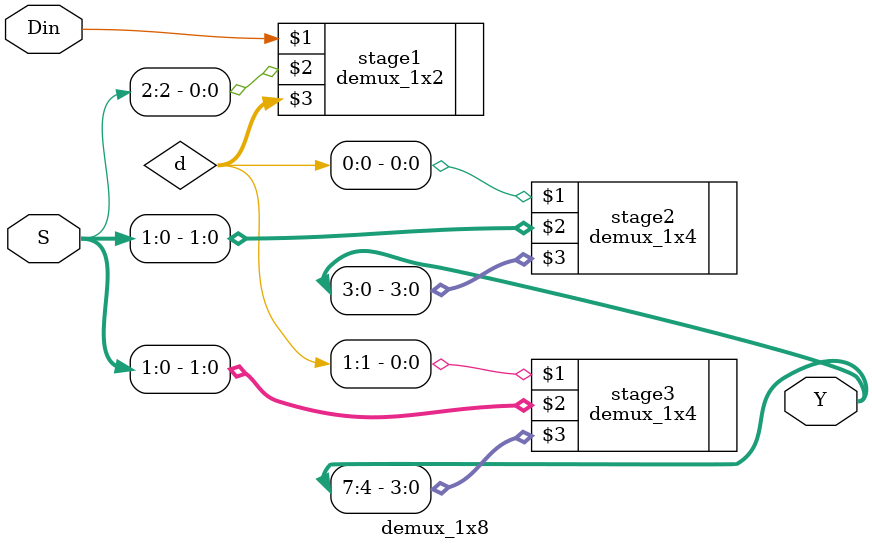
<source format=v>
`timescale 1ns / 1ps

module demux_1x8(Din, S, Y);
    input Din;
    input [2:0] S;
    output [7:0] Y;

    wire [1:0] d;  // output from 1x2 stage

    demux_1x2 stage1(Din, S[2], d);
    demux_1x4 stage2(d[0], S[1:0], Y[3:0]);
    demux_1x4 stage3(d[1], S[1:0], Y[7:4]);
endmodule

</source>
